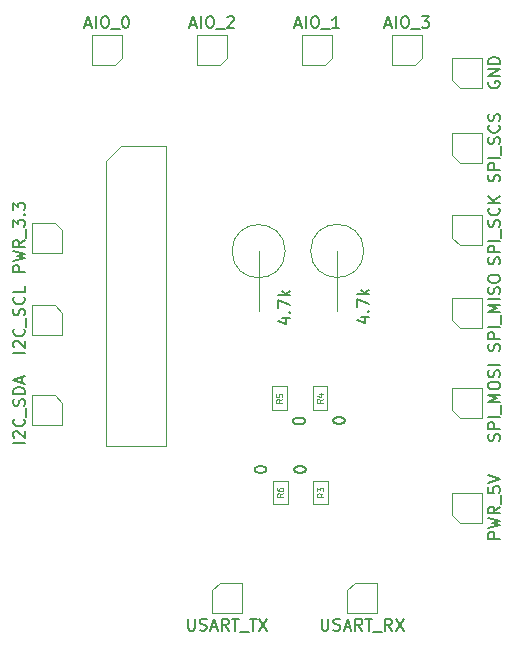
<source format=gbr>
G04 #@! TF.FileFunction,Other,Fab,Top*
%FSLAX46Y46*%
G04 Gerber Fmt 4.6, Leading zero omitted, Abs format (unit mm)*
G04 Created by KiCad (PCBNEW 4.0.7-e2-6376~58~ubuntu16.04.1) date Mon Dec 18 21:23:22 2017*
%MOMM*%
%LPD*%
G01*
G04 APERTURE LIST*
%ADD10C,0.100000*%
%ADD11C,0.150000*%
%ADD12C,0.075000*%
G04 APERTURE END LIST*
D10*
X164302000Y-107188000D02*
G75*
G03X164302000Y-107188000I-2250000J0D01*
G01*
X162052000Y-107188000D02*
X162052000Y-112268000D01*
X170956800Y-107162600D02*
G75*
G03X170956800Y-107162600I-2250000J0D01*
G01*
X168706800Y-107162600D02*
X168706800Y-112242600D01*
X167929800Y-128609600D02*
X166689800Y-128609600D01*
X167929800Y-126609600D02*
X167929800Y-128609600D01*
X166689800Y-126609600D02*
X167929800Y-126609600D01*
X166689800Y-128609600D02*
X166689800Y-126609600D01*
X167879000Y-120634000D02*
X166639000Y-120634000D01*
X167879000Y-118634000D02*
X167879000Y-120634000D01*
X166639000Y-118634000D02*
X167879000Y-118634000D01*
X166639000Y-120634000D02*
X166639000Y-118634000D01*
X164450000Y-120634000D02*
X163210000Y-120634000D01*
X164450000Y-118634000D02*
X164450000Y-120634000D01*
X163210000Y-118634000D02*
X164450000Y-118634000D01*
X163210000Y-120634000D02*
X163210000Y-118634000D01*
X164500800Y-128609600D02*
X163260800Y-128609600D01*
X164500800Y-126609600D02*
X164500800Y-128609600D01*
X163260800Y-126609600D02*
X164500800Y-126609600D01*
X163260800Y-128609600D02*
X163260800Y-126609600D01*
X150368000Y-98298000D02*
X154178000Y-98298000D01*
X154178000Y-98298000D02*
X154178000Y-123698000D01*
X154178000Y-123698000D02*
X149098000Y-123698000D01*
X149098000Y-123698000D02*
X149098000Y-99568000D01*
X149098000Y-99568000D02*
X150368000Y-98298000D01*
X178435000Y-106045000D02*
X178435000Y-104140000D01*
X178435000Y-104140000D02*
X180975000Y-104140000D01*
X180975000Y-104140000D02*
X180975000Y-106680000D01*
X180975000Y-106680000D02*
X179070000Y-106680000D01*
X179070000Y-106680000D02*
X178435000Y-106045000D01*
X178435000Y-120650000D02*
X178435000Y-118745000D01*
X178435000Y-118745000D02*
X180975000Y-118745000D01*
X180975000Y-118745000D02*
X180975000Y-121285000D01*
X180975000Y-121285000D02*
X179070000Y-121285000D01*
X179070000Y-121285000D02*
X178435000Y-120650000D01*
X145415000Y-105410000D02*
X145415000Y-107315000D01*
X145415000Y-107315000D02*
X142875000Y-107315000D01*
X142875000Y-107315000D02*
X142875000Y-104775000D01*
X142875000Y-104775000D02*
X144780000Y-104775000D01*
X144780000Y-104775000D02*
X145415000Y-105410000D01*
X149860000Y-91440000D02*
X147955000Y-91440000D01*
X147955000Y-91440000D02*
X147955000Y-88900000D01*
X147955000Y-88900000D02*
X150495000Y-88900000D01*
X150495000Y-88900000D02*
X150495000Y-90805000D01*
X150495000Y-90805000D02*
X149860000Y-91440000D01*
X158750000Y-91440000D02*
X156845000Y-91440000D01*
X156845000Y-91440000D02*
X156845000Y-88900000D01*
X156845000Y-88900000D02*
X159385000Y-88900000D01*
X159385000Y-88900000D02*
X159385000Y-90805000D01*
X159385000Y-90805000D02*
X158750000Y-91440000D01*
X178435000Y-129540000D02*
X178435000Y-127635000D01*
X178435000Y-127635000D02*
X180975000Y-127635000D01*
X180975000Y-127635000D02*
X180975000Y-130175000D01*
X180975000Y-130175000D02*
X179070000Y-130175000D01*
X179070000Y-130175000D02*
X178435000Y-129540000D01*
X178435000Y-92710000D02*
X178435000Y-90805000D01*
X178435000Y-90805000D02*
X180975000Y-90805000D01*
X180975000Y-90805000D02*
X180975000Y-93345000D01*
X180975000Y-93345000D02*
X179070000Y-93345000D01*
X179070000Y-93345000D02*
X178435000Y-92710000D01*
X178435000Y-113030000D02*
X178435000Y-111125000D01*
X178435000Y-111125000D02*
X180975000Y-111125000D01*
X180975000Y-111125000D02*
X180975000Y-113665000D01*
X180975000Y-113665000D02*
X179070000Y-113665000D01*
X179070000Y-113665000D02*
X178435000Y-113030000D01*
X175260000Y-91440000D02*
X173355000Y-91440000D01*
X173355000Y-91440000D02*
X173355000Y-88900000D01*
X173355000Y-88900000D02*
X175895000Y-88900000D01*
X175895000Y-88900000D02*
X175895000Y-90805000D01*
X175895000Y-90805000D02*
X175260000Y-91440000D01*
X167640000Y-91440000D02*
X165735000Y-91440000D01*
X165735000Y-91440000D02*
X165735000Y-88900000D01*
X165735000Y-88900000D02*
X168275000Y-88900000D01*
X168275000Y-88900000D02*
X168275000Y-90805000D01*
X168275000Y-90805000D02*
X167640000Y-91440000D01*
X145415000Y-120015000D02*
X145415000Y-121920000D01*
X145415000Y-121920000D02*
X142875000Y-121920000D01*
X142875000Y-121920000D02*
X142875000Y-119380000D01*
X142875000Y-119380000D02*
X144780000Y-119380000D01*
X144780000Y-119380000D02*
X145415000Y-120015000D01*
X158750000Y-135255000D02*
X160655000Y-135255000D01*
X160655000Y-135255000D02*
X160655000Y-137795000D01*
X160655000Y-137795000D02*
X158115000Y-137795000D01*
X158115000Y-137795000D02*
X158115000Y-135890000D01*
X158115000Y-135890000D02*
X158750000Y-135255000D01*
X145415000Y-112395000D02*
X145415000Y-114300000D01*
X145415000Y-114300000D02*
X142875000Y-114300000D01*
X142875000Y-114300000D02*
X142875000Y-111760000D01*
X142875000Y-111760000D02*
X144780000Y-111760000D01*
X144780000Y-111760000D02*
X145415000Y-112395000D01*
X170180000Y-135255000D02*
X172085000Y-135255000D01*
X172085000Y-135255000D02*
X172085000Y-137795000D01*
X172085000Y-137795000D02*
X169545000Y-137795000D01*
X169545000Y-137795000D02*
X169545000Y-135890000D01*
X169545000Y-135890000D02*
X170180000Y-135255000D01*
X178435000Y-99060000D02*
X178435000Y-97155000D01*
X178435000Y-97155000D02*
X180975000Y-97155000D01*
X180975000Y-97155000D02*
X180975000Y-99695000D01*
X180975000Y-99695000D02*
X179070000Y-99695000D01*
X179070000Y-99695000D02*
X178435000Y-99060000D01*
D11*
X164047514Y-112866371D02*
X164714181Y-112866371D01*
X163666562Y-113104467D02*
X164380848Y-113342562D01*
X164380848Y-112723514D01*
X164618943Y-112342562D02*
X164666562Y-112294943D01*
X164714181Y-112342562D01*
X164666562Y-112390181D01*
X164618943Y-112342562D01*
X164714181Y-112342562D01*
X163714181Y-111961610D02*
X163714181Y-111294943D01*
X164714181Y-111723515D01*
X164714181Y-110913991D02*
X163714181Y-110913991D01*
X164333229Y-110818753D02*
X164714181Y-110533038D01*
X164047514Y-110533038D02*
X164428467Y-110913991D01*
X170727714Y-112790171D02*
X171394381Y-112790171D01*
X170346762Y-113028267D02*
X171061048Y-113266362D01*
X171061048Y-112647314D01*
X171299143Y-112266362D02*
X171346762Y-112218743D01*
X171394381Y-112266362D01*
X171346762Y-112313981D01*
X171299143Y-112266362D01*
X171394381Y-112266362D01*
X170394381Y-111885410D02*
X170394381Y-111218743D01*
X171394381Y-111647315D01*
X171394381Y-110837791D02*
X170394381Y-110837791D01*
X171013429Y-110742553D02*
X171394381Y-110456838D01*
X170727714Y-110456838D02*
X171108667Y-110837791D01*
X165060381Y-125726819D02*
X165060381Y-125631580D01*
X165108000Y-125536342D01*
X165155619Y-125488723D01*
X165250857Y-125441104D01*
X165441333Y-125393485D01*
X165679429Y-125393485D01*
X165869905Y-125441104D01*
X165965143Y-125488723D01*
X166012762Y-125536342D01*
X166060381Y-125631580D01*
X166060381Y-125726819D01*
X166012762Y-125822057D01*
X165965143Y-125869676D01*
X165869905Y-125917295D01*
X165679429Y-125964914D01*
X165441333Y-125964914D01*
X165250857Y-125917295D01*
X165155619Y-125869676D01*
X165108000Y-125822057D01*
X165060381Y-125726819D01*
D12*
X167535990Y-127692933D02*
X167297895Y-127859600D01*
X167535990Y-127978647D02*
X167035990Y-127978647D01*
X167035990Y-127788171D01*
X167059800Y-127740552D01*
X167083610Y-127716743D01*
X167131229Y-127692933D01*
X167202657Y-127692933D01*
X167250276Y-127716743D01*
X167274086Y-127740552D01*
X167297895Y-127788171D01*
X167297895Y-127978647D01*
X167035990Y-127526266D02*
X167035990Y-127216743D01*
X167226467Y-127383409D01*
X167226467Y-127311981D01*
X167250276Y-127264362D01*
X167274086Y-127240552D01*
X167321705Y-127216743D01*
X167440752Y-127216743D01*
X167488371Y-127240552D01*
X167512181Y-127264362D01*
X167535990Y-127311981D01*
X167535990Y-127454838D01*
X167512181Y-127502457D01*
X167488371Y-127526266D01*
D11*
X168362381Y-121561219D02*
X168362381Y-121465980D01*
X168410000Y-121370742D01*
X168457619Y-121323123D01*
X168552857Y-121275504D01*
X168743333Y-121227885D01*
X168981429Y-121227885D01*
X169171905Y-121275504D01*
X169267143Y-121323123D01*
X169314762Y-121370742D01*
X169362381Y-121465980D01*
X169362381Y-121561219D01*
X169314762Y-121656457D01*
X169267143Y-121704076D01*
X169171905Y-121751695D01*
X168981429Y-121799314D01*
X168743333Y-121799314D01*
X168552857Y-121751695D01*
X168457619Y-121704076D01*
X168410000Y-121656457D01*
X168362381Y-121561219D01*
D12*
X167485190Y-119717333D02*
X167247095Y-119884000D01*
X167485190Y-120003047D02*
X166985190Y-120003047D01*
X166985190Y-119812571D01*
X167009000Y-119764952D01*
X167032810Y-119741143D01*
X167080429Y-119717333D01*
X167151857Y-119717333D01*
X167199476Y-119741143D01*
X167223286Y-119764952D01*
X167247095Y-119812571D01*
X167247095Y-120003047D01*
X167151857Y-119288762D02*
X167485190Y-119288762D01*
X166961381Y-119407809D02*
X167318524Y-119526857D01*
X167318524Y-119217333D01*
D11*
X164958781Y-121612019D02*
X164958781Y-121516780D01*
X165006400Y-121421542D01*
X165054019Y-121373923D01*
X165149257Y-121326304D01*
X165339733Y-121278685D01*
X165577829Y-121278685D01*
X165768305Y-121326304D01*
X165863543Y-121373923D01*
X165911162Y-121421542D01*
X165958781Y-121516780D01*
X165958781Y-121612019D01*
X165911162Y-121707257D01*
X165863543Y-121754876D01*
X165768305Y-121802495D01*
X165577829Y-121850114D01*
X165339733Y-121850114D01*
X165149257Y-121802495D01*
X165054019Y-121754876D01*
X165006400Y-121707257D01*
X164958781Y-121612019D01*
D12*
X164056190Y-119717333D02*
X163818095Y-119884000D01*
X164056190Y-120003047D02*
X163556190Y-120003047D01*
X163556190Y-119812571D01*
X163580000Y-119764952D01*
X163603810Y-119741143D01*
X163651429Y-119717333D01*
X163722857Y-119717333D01*
X163770476Y-119741143D01*
X163794286Y-119764952D01*
X163818095Y-119812571D01*
X163818095Y-120003047D01*
X163556190Y-119264952D02*
X163556190Y-119503047D01*
X163794286Y-119526857D01*
X163770476Y-119503047D01*
X163746667Y-119455428D01*
X163746667Y-119336381D01*
X163770476Y-119288762D01*
X163794286Y-119264952D01*
X163841905Y-119241143D01*
X163960952Y-119241143D01*
X164008571Y-119264952D01*
X164032381Y-119288762D01*
X164056190Y-119336381D01*
X164056190Y-119455428D01*
X164032381Y-119503047D01*
X164008571Y-119526857D01*
D11*
X161707581Y-125726819D02*
X161707581Y-125631580D01*
X161755200Y-125536342D01*
X161802819Y-125488723D01*
X161898057Y-125441104D01*
X162088533Y-125393485D01*
X162326629Y-125393485D01*
X162517105Y-125441104D01*
X162612343Y-125488723D01*
X162659962Y-125536342D01*
X162707581Y-125631580D01*
X162707581Y-125726819D01*
X162659962Y-125822057D01*
X162612343Y-125869676D01*
X162517105Y-125917295D01*
X162326629Y-125964914D01*
X162088533Y-125964914D01*
X161898057Y-125917295D01*
X161802819Y-125869676D01*
X161755200Y-125822057D01*
X161707581Y-125726819D01*
D12*
X164106990Y-127692933D02*
X163868895Y-127859600D01*
X164106990Y-127978647D02*
X163606990Y-127978647D01*
X163606990Y-127788171D01*
X163630800Y-127740552D01*
X163654610Y-127716743D01*
X163702229Y-127692933D01*
X163773657Y-127692933D01*
X163821276Y-127716743D01*
X163845086Y-127740552D01*
X163868895Y-127788171D01*
X163868895Y-127978647D01*
X163606990Y-127264362D02*
X163606990Y-127359600D01*
X163630800Y-127407219D01*
X163654610Y-127431028D01*
X163726038Y-127478647D01*
X163821276Y-127502457D01*
X164011752Y-127502457D01*
X164059371Y-127478647D01*
X164083181Y-127454838D01*
X164106990Y-127407219D01*
X164106990Y-127311981D01*
X164083181Y-127264362D01*
X164059371Y-127240552D01*
X164011752Y-127216743D01*
X163892705Y-127216743D01*
X163845086Y-127240552D01*
X163821276Y-127264362D01*
X163797467Y-127311981D01*
X163797467Y-127407219D01*
X163821276Y-127454838D01*
X163845086Y-127478647D01*
X163892705Y-127502457D01*
D11*
X182439762Y-108290952D02*
X182487381Y-108148095D01*
X182487381Y-107909999D01*
X182439762Y-107814761D01*
X182392143Y-107767142D01*
X182296905Y-107719523D01*
X182201667Y-107719523D01*
X182106429Y-107767142D01*
X182058810Y-107814761D01*
X182011190Y-107909999D01*
X181963571Y-108100476D01*
X181915952Y-108195714D01*
X181868333Y-108243333D01*
X181773095Y-108290952D01*
X181677857Y-108290952D01*
X181582619Y-108243333D01*
X181535000Y-108195714D01*
X181487381Y-108100476D01*
X181487381Y-107862380D01*
X181535000Y-107719523D01*
X182487381Y-107290952D02*
X181487381Y-107290952D01*
X181487381Y-106909999D01*
X181535000Y-106814761D01*
X181582619Y-106767142D01*
X181677857Y-106719523D01*
X181820714Y-106719523D01*
X181915952Y-106767142D01*
X181963571Y-106814761D01*
X182011190Y-106909999D01*
X182011190Y-107290952D01*
X182487381Y-106290952D02*
X181487381Y-106290952D01*
X182582619Y-106052857D02*
X182582619Y-105290952D01*
X182439762Y-105100476D02*
X182487381Y-104957619D01*
X182487381Y-104719523D01*
X182439762Y-104624285D01*
X182392143Y-104576666D01*
X182296905Y-104529047D01*
X182201667Y-104529047D01*
X182106429Y-104576666D01*
X182058810Y-104624285D01*
X182011190Y-104719523D01*
X181963571Y-104910000D01*
X181915952Y-105005238D01*
X181868333Y-105052857D01*
X181773095Y-105100476D01*
X181677857Y-105100476D01*
X181582619Y-105052857D01*
X181535000Y-105005238D01*
X181487381Y-104910000D01*
X181487381Y-104671904D01*
X181535000Y-104529047D01*
X182392143Y-103529047D02*
X182439762Y-103576666D01*
X182487381Y-103719523D01*
X182487381Y-103814761D01*
X182439762Y-103957619D01*
X182344524Y-104052857D01*
X182249286Y-104100476D01*
X182058810Y-104148095D01*
X181915952Y-104148095D01*
X181725476Y-104100476D01*
X181630238Y-104052857D01*
X181535000Y-103957619D01*
X181487381Y-103814761D01*
X181487381Y-103719523D01*
X181535000Y-103576666D01*
X181582619Y-103529047D01*
X182487381Y-103100476D02*
X181487381Y-103100476D01*
X182487381Y-102529047D02*
X181915952Y-102957619D01*
X181487381Y-102529047D02*
X182058810Y-103100476D01*
X182439762Y-123229285D02*
X182487381Y-123086428D01*
X182487381Y-122848332D01*
X182439762Y-122753094D01*
X182392143Y-122705475D01*
X182296905Y-122657856D01*
X182201667Y-122657856D01*
X182106429Y-122705475D01*
X182058810Y-122753094D01*
X182011190Y-122848332D01*
X181963571Y-123038809D01*
X181915952Y-123134047D01*
X181868333Y-123181666D01*
X181773095Y-123229285D01*
X181677857Y-123229285D01*
X181582619Y-123181666D01*
X181535000Y-123134047D01*
X181487381Y-123038809D01*
X181487381Y-122800713D01*
X181535000Y-122657856D01*
X182487381Y-122229285D02*
X181487381Y-122229285D01*
X181487381Y-121848332D01*
X181535000Y-121753094D01*
X181582619Y-121705475D01*
X181677857Y-121657856D01*
X181820714Y-121657856D01*
X181915952Y-121705475D01*
X181963571Y-121753094D01*
X182011190Y-121848332D01*
X182011190Y-122229285D01*
X182487381Y-121229285D02*
X181487381Y-121229285D01*
X182582619Y-120991190D02*
X182582619Y-120229285D01*
X182487381Y-119991190D02*
X181487381Y-119991190D01*
X182201667Y-119657856D01*
X181487381Y-119324523D01*
X182487381Y-119324523D01*
X181487381Y-118657857D02*
X181487381Y-118467380D01*
X181535000Y-118372142D01*
X181630238Y-118276904D01*
X181820714Y-118229285D01*
X182154048Y-118229285D01*
X182344524Y-118276904D01*
X182439762Y-118372142D01*
X182487381Y-118467380D01*
X182487381Y-118657857D01*
X182439762Y-118753095D01*
X182344524Y-118848333D01*
X182154048Y-118895952D01*
X181820714Y-118895952D01*
X181630238Y-118848333D01*
X181535000Y-118753095D01*
X181487381Y-118657857D01*
X182439762Y-117848333D02*
X182487381Y-117705476D01*
X182487381Y-117467380D01*
X182439762Y-117372142D01*
X182392143Y-117324523D01*
X182296905Y-117276904D01*
X182201667Y-117276904D01*
X182106429Y-117324523D01*
X182058810Y-117372142D01*
X182011190Y-117467380D01*
X181963571Y-117657857D01*
X181915952Y-117753095D01*
X181868333Y-117800714D01*
X181773095Y-117848333D01*
X181677857Y-117848333D01*
X181582619Y-117800714D01*
X181535000Y-117753095D01*
X181487381Y-117657857D01*
X181487381Y-117419761D01*
X181535000Y-117276904D01*
X182487381Y-116848333D02*
X181487381Y-116848333D01*
X142267381Y-108949762D02*
X141267381Y-108949762D01*
X141267381Y-108568809D01*
X141315000Y-108473571D01*
X141362619Y-108425952D01*
X141457857Y-108378333D01*
X141600714Y-108378333D01*
X141695952Y-108425952D01*
X141743571Y-108473571D01*
X141791190Y-108568809D01*
X141791190Y-108949762D01*
X141267381Y-108045000D02*
X142267381Y-107806905D01*
X141553095Y-107616428D01*
X142267381Y-107425952D01*
X141267381Y-107187857D01*
X142267381Y-106235476D02*
X141791190Y-106568810D01*
X142267381Y-106806905D02*
X141267381Y-106806905D01*
X141267381Y-106425952D01*
X141315000Y-106330714D01*
X141362619Y-106283095D01*
X141457857Y-106235476D01*
X141600714Y-106235476D01*
X141695952Y-106283095D01*
X141743571Y-106330714D01*
X141791190Y-106425952D01*
X141791190Y-106806905D01*
X142362619Y-106045000D02*
X142362619Y-105283095D01*
X141267381Y-105140238D02*
X141267381Y-104521190D01*
X141648333Y-104854524D01*
X141648333Y-104711666D01*
X141695952Y-104616428D01*
X141743571Y-104568809D01*
X141838810Y-104521190D01*
X142076905Y-104521190D01*
X142172143Y-104568809D01*
X142219762Y-104616428D01*
X142267381Y-104711666D01*
X142267381Y-104997381D01*
X142219762Y-105092619D01*
X142172143Y-105140238D01*
X142172143Y-104092619D02*
X142219762Y-104045000D01*
X142267381Y-104092619D01*
X142219762Y-104140238D01*
X142172143Y-104092619D01*
X142267381Y-104092619D01*
X141267381Y-103711667D02*
X141267381Y-103092619D01*
X141648333Y-103425953D01*
X141648333Y-103283095D01*
X141695952Y-103187857D01*
X141743571Y-103140238D01*
X141838810Y-103092619D01*
X142076905Y-103092619D01*
X142172143Y-103140238D01*
X142219762Y-103187857D01*
X142267381Y-103283095D01*
X142267381Y-103568810D01*
X142219762Y-103664048D01*
X142172143Y-103711667D01*
X147367857Y-88006667D02*
X147844048Y-88006667D01*
X147272619Y-88292381D02*
X147605952Y-87292381D01*
X147939286Y-88292381D01*
X148272619Y-88292381D02*
X148272619Y-87292381D01*
X148939285Y-87292381D02*
X149129762Y-87292381D01*
X149225000Y-87340000D01*
X149320238Y-87435238D01*
X149367857Y-87625714D01*
X149367857Y-87959048D01*
X149320238Y-88149524D01*
X149225000Y-88244762D01*
X149129762Y-88292381D01*
X148939285Y-88292381D01*
X148844047Y-88244762D01*
X148748809Y-88149524D01*
X148701190Y-87959048D01*
X148701190Y-87625714D01*
X148748809Y-87435238D01*
X148844047Y-87340000D01*
X148939285Y-87292381D01*
X149558333Y-88387619D02*
X150320238Y-88387619D01*
X150748809Y-87292381D02*
X150844048Y-87292381D01*
X150939286Y-87340000D01*
X150986905Y-87387619D01*
X151034524Y-87482857D01*
X151082143Y-87673333D01*
X151082143Y-87911429D01*
X151034524Y-88101905D01*
X150986905Y-88197143D01*
X150939286Y-88244762D01*
X150844048Y-88292381D01*
X150748809Y-88292381D01*
X150653571Y-88244762D01*
X150605952Y-88197143D01*
X150558333Y-88101905D01*
X150510714Y-87911429D01*
X150510714Y-87673333D01*
X150558333Y-87482857D01*
X150605952Y-87387619D01*
X150653571Y-87340000D01*
X150748809Y-87292381D01*
X156257857Y-88006667D02*
X156734048Y-88006667D01*
X156162619Y-88292381D02*
X156495952Y-87292381D01*
X156829286Y-88292381D01*
X157162619Y-88292381D02*
X157162619Y-87292381D01*
X157829285Y-87292381D02*
X158019762Y-87292381D01*
X158115000Y-87340000D01*
X158210238Y-87435238D01*
X158257857Y-87625714D01*
X158257857Y-87959048D01*
X158210238Y-88149524D01*
X158115000Y-88244762D01*
X158019762Y-88292381D01*
X157829285Y-88292381D01*
X157734047Y-88244762D01*
X157638809Y-88149524D01*
X157591190Y-87959048D01*
X157591190Y-87625714D01*
X157638809Y-87435238D01*
X157734047Y-87340000D01*
X157829285Y-87292381D01*
X158448333Y-88387619D02*
X159210238Y-88387619D01*
X159400714Y-87387619D02*
X159448333Y-87340000D01*
X159543571Y-87292381D01*
X159781667Y-87292381D01*
X159876905Y-87340000D01*
X159924524Y-87387619D01*
X159972143Y-87482857D01*
X159972143Y-87578095D01*
X159924524Y-87720952D01*
X159353095Y-88292381D01*
X159972143Y-88292381D01*
X182487381Y-131524048D02*
X181487381Y-131524048D01*
X181487381Y-131143095D01*
X181535000Y-131047857D01*
X181582619Y-131000238D01*
X181677857Y-130952619D01*
X181820714Y-130952619D01*
X181915952Y-131000238D01*
X181963571Y-131047857D01*
X182011190Y-131143095D01*
X182011190Y-131524048D01*
X181487381Y-130619286D02*
X182487381Y-130381191D01*
X181773095Y-130190714D01*
X182487381Y-130000238D01*
X181487381Y-129762143D01*
X182487381Y-128809762D02*
X182011190Y-129143096D01*
X182487381Y-129381191D02*
X181487381Y-129381191D01*
X181487381Y-129000238D01*
X181535000Y-128905000D01*
X181582619Y-128857381D01*
X181677857Y-128809762D01*
X181820714Y-128809762D01*
X181915952Y-128857381D01*
X181963571Y-128905000D01*
X182011190Y-129000238D01*
X182011190Y-129381191D01*
X182582619Y-128619286D02*
X182582619Y-127857381D01*
X181487381Y-127143095D02*
X181487381Y-127619286D01*
X181963571Y-127666905D01*
X181915952Y-127619286D01*
X181868333Y-127524048D01*
X181868333Y-127285952D01*
X181915952Y-127190714D01*
X181963571Y-127143095D01*
X182058810Y-127095476D01*
X182296905Y-127095476D01*
X182392143Y-127143095D01*
X182439762Y-127190714D01*
X182487381Y-127285952D01*
X182487381Y-127524048D01*
X182439762Y-127619286D01*
X182392143Y-127666905D01*
X181487381Y-126809762D02*
X182487381Y-126476429D01*
X181487381Y-126143095D01*
X181535000Y-92836904D02*
X181487381Y-92932142D01*
X181487381Y-93074999D01*
X181535000Y-93217857D01*
X181630238Y-93313095D01*
X181725476Y-93360714D01*
X181915952Y-93408333D01*
X182058810Y-93408333D01*
X182249286Y-93360714D01*
X182344524Y-93313095D01*
X182439762Y-93217857D01*
X182487381Y-93074999D01*
X182487381Y-92979761D01*
X182439762Y-92836904D01*
X182392143Y-92789285D01*
X182058810Y-92789285D01*
X182058810Y-92979761D01*
X182487381Y-92360714D02*
X181487381Y-92360714D01*
X182487381Y-91789285D01*
X181487381Y-91789285D01*
X182487381Y-91313095D02*
X181487381Y-91313095D01*
X181487381Y-91075000D01*
X181535000Y-90932142D01*
X181630238Y-90836904D01*
X181725476Y-90789285D01*
X181915952Y-90741666D01*
X182058810Y-90741666D01*
X182249286Y-90789285D01*
X182344524Y-90836904D01*
X182439762Y-90932142D01*
X182487381Y-91075000D01*
X182487381Y-91313095D01*
X182439762Y-115609285D02*
X182487381Y-115466428D01*
X182487381Y-115228332D01*
X182439762Y-115133094D01*
X182392143Y-115085475D01*
X182296905Y-115037856D01*
X182201667Y-115037856D01*
X182106429Y-115085475D01*
X182058810Y-115133094D01*
X182011190Y-115228332D01*
X181963571Y-115418809D01*
X181915952Y-115514047D01*
X181868333Y-115561666D01*
X181773095Y-115609285D01*
X181677857Y-115609285D01*
X181582619Y-115561666D01*
X181535000Y-115514047D01*
X181487381Y-115418809D01*
X181487381Y-115180713D01*
X181535000Y-115037856D01*
X182487381Y-114609285D02*
X181487381Y-114609285D01*
X181487381Y-114228332D01*
X181535000Y-114133094D01*
X181582619Y-114085475D01*
X181677857Y-114037856D01*
X181820714Y-114037856D01*
X181915952Y-114085475D01*
X181963571Y-114133094D01*
X182011190Y-114228332D01*
X182011190Y-114609285D01*
X182487381Y-113609285D02*
X181487381Y-113609285D01*
X182582619Y-113371190D02*
X182582619Y-112609285D01*
X182487381Y-112371190D02*
X181487381Y-112371190D01*
X182201667Y-112037856D01*
X181487381Y-111704523D01*
X182487381Y-111704523D01*
X182487381Y-111228333D02*
X181487381Y-111228333D01*
X182439762Y-110799762D02*
X182487381Y-110656905D01*
X182487381Y-110418809D01*
X182439762Y-110323571D01*
X182392143Y-110275952D01*
X182296905Y-110228333D01*
X182201667Y-110228333D01*
X182106429Y-110275952D01*
X182058810Y-110323571D01*
X182011190Y-110418809D01*
X181963571Y-110609286D01*
X181915952Y-110704524D01*
X181868333Y-110752143D01*
X181773095Y-110799762D01*
X181677857Y-110799762D01*
X181582619Y-110752143D01*
X181535000Y-110704524D01*
X181487381Y-110609286D01*
X181487381Y-110371190D01*
X181535000Y-110228333D01*
X181487381Y-109609286D02*
X181487381Y-109418809D01*
X181535000Y-109323571D01*
X181630238Y-109228333D01*
X181820714Y-109180714D01*
X182154048Y-109180714D01*
X182344524Y-109228333D01*
X182439762Y-109323571D01*
X182487381Y-109418809D01*
X182487381Y-109609286D01*
X182439762Y-109704524D01*
X182344524Y-109799762D01*
X182154048Y-109847381D01*
X181820714Y-109847381D01*
X181630238Y-109799762D01*
X181535000Y-109704524D01*
X181487381Y-109609286D01*
X172767857Y-88006667D02*
X173244048Y-88006667D01*
X172672619Y-88292381D02*
X173005952Y-87292381D01*
X173339286Y-88292381D01*
X173672619Y-88292381D02*
X173672619Y-87292381D01*
X174339285Y-87292381D02*
X174529762Y-87292381D01*
X174625000Y-87340000D01*
X174720238Y-87435238D01*
X174767857Y-87625714D01*
X174767857Y-87959048D01*
X174720238Y-88149524D01*
X174625000Y-88244762D01*
X174529762Y-88292381D01*
X174339285Y-88292381D01*
X174244047Y-88244762D01*
X174148809Y-88149524D01*
X174101190Y-87959048D01*
X174101190Y-87625714D01*
X174148809Y-87435238D01*
X174244047Y-87340000D01*
X174339285Y-87292381D01*
X174958333Y-88387619D02*
X175720238Y-88387619D01*
X175863095Y-87292381D02*
X176482143Y-87292381D01*
X176148809Y-87673333D01*
X176291667Y-87673333D01*
X176386905Y-87720952D01*
X176434524Y-87768571D01*
X176482143Y-87863810D01*
X176482143Y-88101905D01*
X176434524Y-88197143D01*
X176386905Y-88244762D01*
X176291667Y-88292381D01*
X176005952Y-88292381D01*
X175910714Y-88244762D01*
X175863095Y-88197143D01*
X165147857Y-88006667D02*
X165624048Y-88006667D01*
X165052619Y-88292381D02*
X165385952Y-87292381D01*
X165719286Y-88292381D01*
X166052619Y-88292381D02*
X166052619Y-87292381D01*
X166719285Y-87292381D02*
X166909762Y-87292381D01*
X167005000Y-87340000D01*
X167100238Y-87435238D01*
X167147857Y-87625714D01*
X167147857Y-87959048D01*
X167100238Y-88149524D01*
X167005000Y-88244762D01*
X166909762Y-88292381D01*
X166719285Y-88292381D01*
X166624047Y-88244762D01*
X166528809Y-88149524D01*
X166481190Y-87959048D01*
X166481190Y-87625714D01*
X166528809Y-87435238D01*
X166624047Y-87340000D01*
X166719285Y-87292381D01*
X167338333Y-88387619D02*
X168100238Y-88387619D01*
X168862143Y-88292381D02*
X168290714Y-88292381D01*
X168576428Y-88292381D02*
X168576428Y-87292381D01*
X168481190Y-87435238D01*
X168385952Y-87530476D01*
X168290714Y-87578095D01*
X142267381Y-123411905D02*
X141267381Y-123411905D01*
X141362619Y-122983334D02*
X141315000Y-122935715D01*
X141267381Y-122840477D01*
X141267381Y-122602381D01*
X141315000Y-122507143D01*
X141362619Y-122459524D01*
X141457857Y-122411905D01*
X141553095Y-122411905D01*
X141695952Y-122459524D01*
X142267381Y-123030953D01*
X142267381Y-122411905D01*
X142172143Y-121411905D02*
X142219762Y-121459524D01*
X142267381Y-121602381D01*
X142267381Y-121697619D01*
X142219762Y-121840477D01*
X142124524Y-121935715D01*
X142029286Y-121983334D01*
X141838810Y-122030953D01*
X141695952Y-122030953D01*
X141505476Y-121983334D01*
X141410238Y-121935715D01*
X141315000Y-121840477D01*
X141267381Y-121697619D01*
X141267381Y-121602381D01*
X141315000Y-121459524D01*
X141362619Y-121411905D01*
X142362619Y-121221429D02*
X142362619Y-120459524D01*
X142219762Y-120269048D02*
X142267381Y-120126191D01*
X142267381Y-119888095D01*
X142219762Y-119792857D01*
X142172143Y-119745238D01*
X142076905Y-119697619D01*
X141981667Y-119697619D01*
X141886429Y-119745238D01*
X141838810Y-119792857D01*
X141791190Y-119888095D01*
X141743571Y-120078572D01*
X141695952Y-120173810D01*
X141648333Y-120221429D01*
X141553095Y-120269048D01*
X141457857Y-120269048D01*
X141362619Y-120221429D01*
X141315000Y-120173810D01*
X141267381Y-120078572D01*
X141267381Y-119840476D01*
X141315000Y-119697619D01*
X142267381Y-119269048D02*
X141267381Y-119269048D01*
X141267381Y-119030953D01*
X141315000Y-118888095D01*
X141410238Y-118792857D01*
X141505476Y-118745238D01*
X141695952Y-118697619D01*
X141838810Y-118697619D01*
X142029286Y-118745238D01*
X142124524Y-118792857D01*
X142219762Y-118888095D01*
X142267381Y-119030953D01*
X142267381Y-119269048D01*
X141981667Y-118316667D02*
X141981667Y-117840476D01*
X142267381Y-118411905D02*
X141267381Y-118078572D01*
X142267381Y-117745238D01*
X156075476Y-138307381D02*
X156075476Y-139116905D01*
X156123095Y-139212143D01*
X156170714Y-139259762D01*
X156265952Y-139307381D01*
X156456429Y-139307381D01*
X156551667Y-139259762D01*
X156599286Y-139212143D01*
X156646905Y-139116905D01*
X156646905Y-138307381D01*
X157075476Y-139259762D02*
X157218333Y-139307381D01*
X157456429Y-139307381D01*
X157551667Y-139259762D01*
X157599286Y-139212143D01*
X157646905Y-139116905D01*
X157646905Y-139021667D01*
X157599286Y-138926429D01*
X157551667Y-138878810D01*
X157456429Y-138831190D01*
X157265952Y-138783571D01*
X157170714Y-138735952D01*
X157123095Y-138688333D01*
X157075476Y-138593095D01*
X157075476Y-138497857D01*
X157123095Y-138402619D01*
X157170714Y-138355000D01*
X157265952Y-138307381D01*
X157504048Y-138307381D01*
X157646905Y-138355000D01*
X158027857Y-139021667D02*
X158504048Y-139021667D01*
X157932619Y-139307381D02*
X158265952Y-138307381D01*
X158599286Y-139307381D01*
X159504048Y-139307381D02*
X159170714Y-138831190D01*
X158932619Y-139307381D02*
X158932619Y-138307381D01*
X159313572Y-138307381D01*
X159408810Y-138355000D01*
X159456429Y-138402619D01*
X159504048Y-138497857D01*
X159504048Y-138640714D01*
X159456429Y-138735952D01*
X159408810Y-138783571D01*
X159313572Y-138831190D01*
X158932619Y-138831190D01*
X159789762Y-138307381D02*
X160361191Y-138307381D01*
X160075476Y-139307381D02*
X160075476Y-138307381D01*
X160456429Y-139402619D02*
X161218334Y-139402619D01*
X161313572Y-138307381D02*
X161885001Y-138307381D01*
X161599286Y-139307381D02*
X161599286Y-138307381D01*
X162123096Y-138307381D02*
X162789763Y-139307381D01*
X162789763Y-138307381D02*
X162123096Y-139307381D01*
X142267381Y-115768095D02*
X141267381Y-115768095D01*
X141362619Y-115339524D02*
X141315000Y-115291905D01*
X141267381Y-115196667D01*
X141267381Y-114958571D01*
X141315000Y-114863333D01*
X141362619Y-114815714D01*
X141457857Y-114768095D01*
X141553095Y-114768095D01*
X141695952Y-114815714D01*
X142267381Y-115387143D01*
X142267381Y-114768095D01*
X142172143Y-113768095D02*
X142219762Y-113815714D01*
X142267381Y-113958571D01*
X142267381Y-114053809D01*
X142219762Y-114196667D01*
X142124524Y-114291905D01*
X142029286Y-114339524D01*
X141838810Y-114387143D01*
X141695952Y-114387143D01*
X141505476Y-114339524D01*
X141410238Y-114291905D01*
X141315000Y-114196667D01*
X141267381Y-114053809D01*
X141267381Y-113958571D01*
X141315000Y-113815714D01*
X141362619Y-113768095D01*
X142362619Y-113577619D02*
X142362619Y-112815714D01*
X142219762Y-112625238D02*
X142267381Y-112482381D01*
X142267381Y-112244285D01*
X142219762Y-112149047D01*
X142172143Y-112101428D01*
X142076905Y-112053809D01*
X141981667Y-112053809D01*
X141886429Y-112101428D01*
X141838810Y-112149047D01*
X141791190Y-112244285D01*
X141743571Y-112434762D01*
X141695952Y-112530000D01*
X141648333Y-112577619D01*
X141553095Y-112625238D01*
X141457857Y-112625238D01*
X141362619Y-112577619D01*
X141315000Y-112530000D01*
X141267381Y-112434762D01*
X141267381Y-112196666D01*
X141315000Y-112053809D01*
X142172143Y-111053809D02*
X142219762Y-111101428D01*
X142267381Y-111244285D01*
X142267381Y-111339523D01*
X142219762Y-111482381D01*
X142124524Y-111577619D01*
X142029286Y-111625238D01*
X141838810Y-111672857D01*
X141695952Y-111672857D01*
X141505476Y-111625238D01*
X141410238Y-111577619D01*
X141315000Y-111482381D01*
X141267381Y-111339523D01*
X141267381Y-111244285D01*
X141315000Y-111101428D01*
X141362619Y-111053809D01*
X142267381Y-110149047D02*
X142267381Y-110625238D01*
X141267381Y-110625238D01*
X167386428Y-138307381D02*
X167386428Y-139116905D01*
X167434047Y-139212143D01*
X167481666Y-139259762D01*
X167576904Y-139307381D01*
X167767381Y-139307381D01*
X167862619Y-139259762D01*
X167910238Y-139212143D01*
X167957857Y-139116905D01*
X167957857Y-138307381D01*
X168386428Y-139259762D02*
X168529285Y-139307381D01*
X168767381Y-139307381D01*
X168862619Y-139259762D01*
X168910238Y-139212143D01*
X168957857Y-139116905D01*
X168957857Y-139021667D01*
X168910238Y-138926429D01*
X168862619Y-138878810D01*
X168767381Y-138831190D01*
X168576904Y-138783571D01*
X168481666Y-138735952D01*
X168434047Y-138688333D01*
X168386428Y-138593095D01*
X168386428Y-138497857D01*
X168434047Y-138402619D01*
X168481666Y-138355000D01*
X168576904Y-138307381D01*
X168815000Y-138307381D01*
X168957857Y-138355000D01*
X169338809Y-139021667D02*
X169815000Y-139021667D01*
X169243571Y-139307381D02*
X169576904Y-138307381D01*
X169910238Y-139307381D01*
X170815000Y-139307381D02*
X170481666Y-138831190D01*
X170243571Y-139307381D02*
X170243571Y-138307381D01*
X170624524Y-138307381D01*
X170719762Y-138355000D01*
X170767381Y-138402619D01*
X170815000Y-138497857D01*
X170815000Y-138640714D01*
X170767381Y-138735952D01*
X170719762Y-138783571D01*
X170624524Y-138831190D01*
X170243571Y-138831190D01*
X171100714Y-138307381D02*
X171672143Y-138307381D01*
X171386428Y-139307381D02*
X171386428Y-138307381D01*
X171767381Y-139402619D02*
X172529286Y-139402619D01*
X173338810Y-139307381D02*
X173005476Y-138831190D01*
X172767381Y-139307381D02*
X172767381Y-138307381D01*
X173148334Y-138307381D01*
X173243572Y-138355000D01*
X173291191Y-138402619D01*
X173338810Y-138497857D01*
X173338810Y-138640714D01*
X173291191Y-138735952D01*
X173243572Y-138783571D01*
X173148334Y-138831190D01*
X172767381Y-138831190D01*
X173672143Y-138307381D02*
X174338810Y-139307381D01*
X174338810Y-138307381D02*
X173672143Y-139307381D01*
X182439762Y-101282143D02*
X182487381Y-101139286D01*
X182487381Y-100901190D01*
X182439762Y-100805952D01*
X182392143Y-100758333D01*
X182296905Y-100710714D01*
X182201667Y-100710714D01*
X182106429Y-100758333D01*
X182058810Y-100805952D01*
X182011190Y-100901190D01*
X181963571Y-101091667D01*
X181915952Y-101186905D01*
X181868333Y-101234524D01*
X181773095Y-101282143D01*
X181677857Y-101282143D01*
X181582619Y-101234524D01*
X181535000Y-101186905D01*
X181487381Y-101091667D01*
X181487381Y-100853571D01*
X181535000Y-100710714D01*
X182487381Y-100282143D02*
X181487381Y-100282143D01*
X181487381Y-99901190D01*
X181535000Y-99805952D01*
X181582619Y-99758333D01*
X181677857Y-99710714D01*
X181820714Y-99710714D01*
X181915952Y-99758333D01*
X181963571Y-99805952D01*
X182011190Y-99901190D01*
X182011190Y-100282143D01*
X182487381Y-99282143D02*
X181487381Y-99282143D01*
X182582619Y-99044048D02*
X182582619Y-98282143D01*
X182439762Y-98091667D02*
X182487381Y-97948810D01*
X182487381Y-97710714D01*
X182439762Y-97615476D01*
X182392143Y-97567857D01*
X182296905Y-97520238D01*
X182201667Y-97520238D01*
X182106429Y-97567857D01*
X182058810Y-97615476D01*
X182011190Y-97710714D01*
X181963571Y-97901191D01*
X181915952Y-97996429D01*
X181868333Y-98044048D01*
X181773095Y-98091667D01*
X181677857Y-98091667D01*
X181582619Y-98044048D01*
X181535000Y-97996429D01*
X181487381Y-97901191D01*
X181487381Y-97663095D01*
X181535000Y-97520238D01*
X182392143Y-96520238D02*
X182439762Y-96567857D01*
X182487381Y-96710714D01*
X182487381Y-96805952D01*
X182439762Y-96948810D01*
X182344524Y-97044048D01*
X182249286Y-97091667D01*
X182058810Y-97139286D01*
X181915952Y-97139286D01*
X181725476Y-97091667D01*
X181630238Y-97044048D01*
X181535000Y-96948810D01*
X181487381Y-96805952D01*
X181487381Y-96710714D01*
X181535000Y-96567857D01*
X181582619Y-96520238D01*
X182439762Y-96139286D02*
X182487381Y-95996429D01*
X182487381Y-95758333D01*
X182439762Y-95663095D01*
X182392143Y-95615476D01*
X182296905Y-95567857D01*
X182201667Y-95567857D01*
X182106429Y-95615476D01*
X182058810Y-95663095D01*
X182011190Y-95758333D01*
X181963571Y-95948810D01*
X181915952Y-96044048D01*
X181868333Y-96091667D01*
X181773095Y-96139286D01*
X181677857Y-96139286D01*
X181582619Y-96091667D01*
X181535000Y-96044048D01*
X181487381Y-95948810D01*
X181487381Y-95710714D01*
X181535000Y-95567857D01*
M02*

</source>
